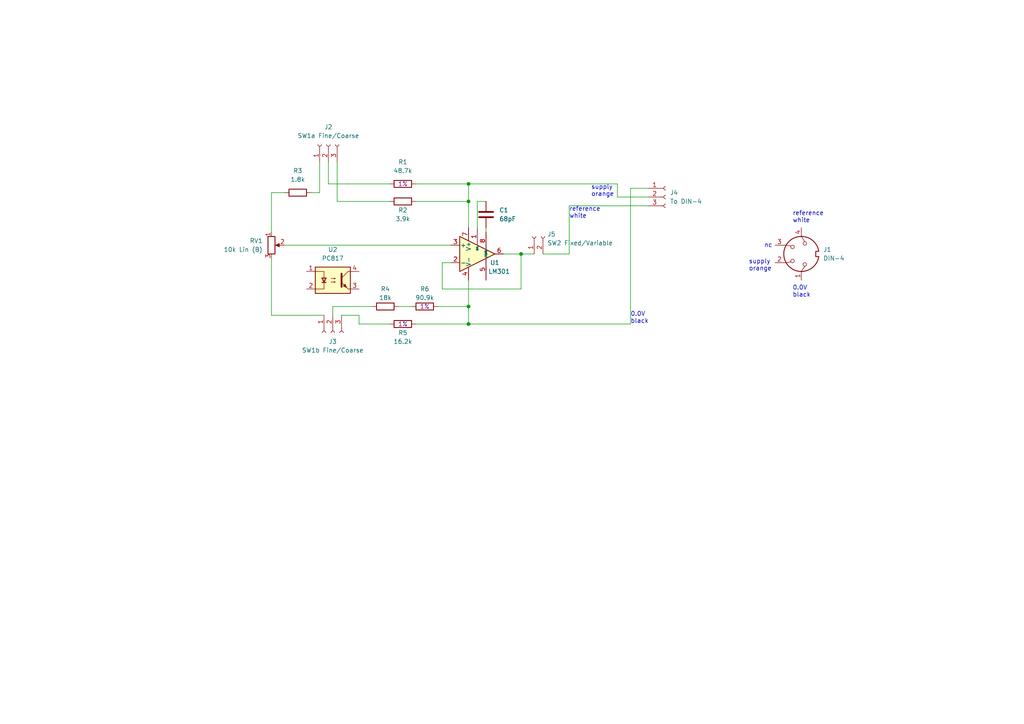
<source format=kicad_sch>
(kicad_sch (version 20230121) (generator eeschema)
  (paper "A4")
  (lib_symbols
    (symbol "Connector:Conn_01x02_Socket" (pin_names (offset 1.016) hide)
      (property "Reference" "J" (at 0 2.54 0))
      (property "Value" "Conn_01x02_Socket" (at 0 -5.08 0))
      (symbol "Conn_01x02_Socket_1_1"
        (arc (start 0 -2.032) (mid -0.5058 -2.54) (end 0 -3.048) (stroke (width 0.1524)))
        (polyline (pts (xy -1.27 -2.54) (xy -0.508 -2.54)) (stroke (width 0.1524)))
        (polyline (pts (xy -1.27 0) (xy -0.508 0)) (stroke (width 0.1524)))
        (arc (start 0 0.508) (mid -0.5058 0) (end 0 -0.508) (stroke (width 0.1524)))
        (pin passive line (at -5.08 0 0) (length 3.81) (name "Pin_1") (number "1"))
        (pin passive line (at -5.08 -2.54 0) (length 3.81) (name "Pin_2") (number "2"))
      )
    )
    (symbol "Connector:Conn_01x03_Socket" (pin_names (offset 1.016) hide)
      (property "Reference" "J" (at 0 5.08 0))
      (property "Value" "Conn_01x03_Socket" (at 0 -5.08 0))
      (symbol "Conn_01x03_Socket_1_1"
        (arc (start 0 -2.032) (mid -0.5058 -2.54) (end 0 -3.048) (stroke (width 0.1524)))
        (polyline (pts (xy -1.27 -2.54) (xy -0.508 -2.54)) (stroke (width 0.1524)))
        (polyline (pts (xy -1.27 0) (xy -0.508 0)) (stroke (width 0.1524)))
        (polyline (pts (xy -1.27 2.54) (xy -0.508 2.54)) (stroke (width 0.1524)))
        (arc (start 0 0.508) (mid -0.5058 0) (end 0 -0.508) (stroke (width 0.1524)))
        (arc (start 0 3.048) (mid -0.5058 2.54) (end 0 2.032) (stroke (width 0.1524)))
        (pin passive line (at -5.08 2.54 0) (length 3.81) (name "Pin_1") (number "1"))
        (pin passive line (at -5.08 0 0) (length 3.81) (name "Pin_2") (number "2"))
        (pin passive line (at -5.08 -2.54 0) (length 3.81) (name "Pin_3") (number "3"))
      )
    )
    (symbol "Connector:DIN-4" (pin_names (offset 1.016))
      (property "Reference" "J" (at 5.334 5.08 0))
      (property "Value" "DIN-4" (at 0 -6.35 0))
      (symbol "DIN-4_0_1"
        (arc (start -5.08 0) (mid -3.8609 -3.3364) (end -0.762 -5.08) (stroke (width 0.254)))
        (circle (center -3.048 -1.016) (radius 0.508))
        (circle (center -2.032 2.54) (radius 0.508))
        (polyline (pts (xy -3.556 -1.016) (xy -5.08 0)))
        (polyline (pts (xy 5.08 0) (xy 3.556 -1.016)))
        (polyline (pts (xy -2.54 5.08) (xy -2.54 4.318) (xy -2.286 3.048)))
        (polyline (pts (xy 2.54 5.08) (xy 2.54 4.318) (xy 2.286 3.048)))
        (polyline (pts (xy -0.762 -4.953) (xy -0.762 -4.191) (xy 0.762 -4.191) (xy 0.762 -4.953)) (stroke (width 0.254)))
        (arc (start 0.762 -5.08) (mid 3.8685 -3.343) (end 5.08 0) (stroke (width 0.254)))
        (circle (center 2.032 2.54) (radius 0.508))
        (circle (center 3.048 -1.016) (radius 0.508))
        (arc (start 5.08 0) (mid 0 5.0579) (end -5.08 0) (stroke (width 0.254)))
      )
      (symbol "DIN-4_1_1"
        (pin passive line (at -7.62 0 0) (length 2.54) (name "~") (number "1"))
        (pin passive line (at -2.54 7.62 270) (length 2.54) (name "~") (number "2"))
        (pin passive line (at 2.54 7.62 270) (length 2.54) (name "~") (number "3"))
        (pin passive line (at 7.62 0 180) (length 2.54) (name "~") (number "4"))
      )
    )
    (symbol "Device:C" (pin_numbers hide) (pin_names (offset 0.254))
      (property "Reference" "C" (at 0.635 2.54 0))
      (property "Value" "C" (at 0.635 -2.54 0))
      (symbol "C_0_1"
        (polyline (pts (xy -2.032 -0.762) (xy 2.032 -0.762)) (stroke (width 0.508)))
        (polyline (pts (xy -2.032 0.762) (xy 2.032 0.762)) (stroke (width 0.508)))
      )
      (symbol "C_1_1"
        (pin passive line (at 0 3.81 270) (length 2.794) (name "~") (number "1"))
        (pin passive line (at 0 -3.81 90) (length 2.794) (name "~") (number "2"))
      )
    )
    (symbol "Device:R" (pin_numbers hide) (pin_names (offset 0))
      (property "Reference" "R" (at 2.032 0 90))
      (property "Value" "R" (at 0 0 90))
      (symbol "R_0_1"
        (rectangle (start -1.016 -2.54) (end 1.016 2.54) (stroke (width 0.254)))
      )
      (symbol "R_1_1"
        (pin passive line (at 0 3.81 270) (length 1.27) (name "~") (number "1"))
        (pin passive line (at 0 -3.81 90) (length 1.27) (name "~") (number "2"))
      )
    )
    (symbol "Device:R_Potentiometer" (pin_names (offset 1.016) hide)
      (property "Reference" "RV" (at -4.445 0 90))
      (property "Value" "R_Potentiometer" (at -2.54 0 90))
      (symbol "R_Potentiometer_0_1"
        (polyline (pts (xy 2.54 0) (xy 1.524 0)))
        (polyline (pts (xy 1.143 0) (xy 2.286 0.508) (xy 2.286 -0.508) (xy 1.143 0)) (fill (type outline)))
        (rectangle (start 1.016 2.54) (end -1.016 -2.54) (stroke (width 0.254)))
      )
      (symbol "R_Potentiometer_1_1"
        (pin passive line (at 0 3.81 270) (length 1.27) (name "1") (number "1"))
        (pin passive line (at 3.81 0 180) (length 1.27) (name "2") (number "2"))
        (pin passive line (at 0 -3.81 90) (length 1.27) (name "3") (number "3"))
      )
    )
    (symbol "Isolator:PC817" (pin_names (offset 1.016))
      (property "Reference" "U" (at -5.08 5.08 0))
      (property "Value" "PC817" (at 0 5.08 0))
      (symbol "PC817_0_1"
        (rectangle (start -5.08 3.81) (end 5.08 -3.81) (stroke (width 0.254)) (fill (type background)))
        (polyline (pts (xy -3.175 -0.635) (xy -1.905 -0.635)) (stroke (width 0.254)))
        (polyline (pts (xy 2.54 0.635) (xy 4.445 2.54)))
        (polyline (pts (xy 4.445 -2.54) (xy 2.54 -0.635)) (fill (type outline)))
        (polyline (pts (xy 4.445 -2.54) (xy 5.08 -2.54)))
        (polyline (pts (xy 4.445 2.54) (xy 5.08 2.54)))
        (polyline (pts (xy -5.08 2.54) (xy -2.54 2.54) (xy -2.54 -0.635)))
        (polyline (pts (xy -2.54 -0.635) (xy -2.54 -2.54) (xy -5.08 -2.54)))
        (polyline (pts (xy 2.54 1.905) (xy 2.54 -1.905) (xy 2.54 -1.905)) (stroke (width 0.508)))
        (polyline (pts (xy -2.54 -0.635) (xy -3.175 0.635) (xy -1.905 0.635) (xy -2.54 -0.635)) (stroke (width 0.254)))
        (polyline (pts (xy -0.508 -0.508) (xy 0.762 -0.508) (xy 0.381 -0.635) (xy 0.381 -0.381) (xy 0.762 -0.508)))
        (polyline (pts (xy -0.508 0.508) (xy 0.762 0.508) (xy 0.381 0.381) (xy 0.381 0.635) (xy 0.762 0.508)))
        (polyline (pts (xy 3.048 -1.651) (xy 3.556 -1.143) (xy 4.064 -2.159) (xy 3.048 -1.651) (xy 3.048 -1.651)) (fill (type outline)))
      )
      (symbol "PC817_1_1"
        (pin passive line (at -7.62 2.54 0) (length 2.54) (name "~") (number "1"))
        (pin passive line (at -7.62 -2.54 0) (length 2.54) (name "~") (number "2"))
        (pin passive line (at 7.62 -2.54 180) (length 2.54) (name "~") (number "3"))
        (pin passive line (at 7.62 2.54 180) (length 2.54) (name "~") (number "4"))
      )
    )
    (symbol "LM301_1" (pin_names (offset 0.127))
      (property "Reference" "U1" (at 10.16 4.1909 0))
      (property "Value" "LM301" (at 10.16 1.6509 0))
      (symbol "LM301_1_0_1"
        (polyline (pts (xy -5.08 5.08) (xy 5.08 0) (xy -5.08 -5.08) (xy -5.08 5.08)) (stroke (width 0.254)) (fill (type background)))
      )
      (symbol "LM301_1_1_1"
        (pin input line (at 0 7.62 270) (length 5.08) (name "BAL") (number "1"))
        (pin input line (at -7.62 -2.54 0) (length 2.54) (name "-") (number "2"))
        (pin input line (at -7.62 2.54 0) (length 2.54) (name "+") (number "3"))
        (pin power_in line (at -2.54 -7.62 90) (length 3.81) (name "V-") (number "4"))
        (pin input line (at 2.54 -7.62 90) (length 6.35) (name "COMP") (number "5"))
        (pin output line (at 7.62 0 180) (length 2.54) (name "~") (number "6"))
        (pin power_in line (at -2.54 7.62 270) (length 3.81) (name "V+") (number "7"))
        (pin input line (at 2.54 6.35 270) (length 5.08) (name "C/B") (number "8"))
      )
    )
  )
  (junction (at 135.89 88.9))
  (junction (at 135.89 93.98))
  (junction (at 151.13 73.66))
  (junction (at 135.89 53.34))
  (junction (at 135.89 58.42))
  (wire (pts (xy 96.52 91.44) (xy 96.52 88.9)))
  (wire (pts (xy 104.14 93.98) (xy 113.03 93.98)))
  (wire (pts (xy 78.74 74.93) (xy 78.74 91.44)))
  (wire (pts (xy 146.05 73.66) (xy 151.13 73.66)))
  (wire (pts (xy 157.48 73.66) (xy 165.1 73.66)))
  (wire (pts (xy 99.06 91.44) (xy 104.14 91.44)))
  (wire (pts (xy 78.74 67.31) (xy 78.74 55.88)))
  (wire (pts (xy 138.43 58.42) (xy 140.97 58.42)))
  (wire (pts (xy 135.89 81.28) (xy 135.89 88.9)))
  (wire (pts (xy 95.25 53.34) (xy 113.03 53.34)))
  (wire (pts (xy 182.88 93.98) (xy 135.89 93.98)))
  (wire (pts (xy 97.79 58.42) (xy 113.03 58.42)))
  (wire (pts (xy 165.1 73.66) (xy 165.1 59.69)))
  (wire (pts (xy 97.79 46.99) (xy 97.79 58.42)))
  (wire (pts (xy 96.52 88.9) (xy 107.95 88.9)))
  (wire (pts (xy 130.81 76.2) (xy 128.27 76.2)))
  (wire (pts (xy 90.17 55.88) (xy 92.71 55.88)))
  (wire (pts (xy 135.89 66.04) (xy 135.89 58.42)))
  (wire (pts (xy 120.65 53.34) (xy 135.89 53.34)))
  (wire (pts (xy 115.57 88.9) (xy 119.38 88.9)))
  (wire (pts (xy 135.89 53.34) (xy 179.07 53.34)))
  (wire (pts (xy 179.07 57.15) (xy 187.96 57.15)))
  (wire (pts (xy 104.14 91.44) (xy 104.14 93.98)))
  (wire (pts (xy 120.65 93.98) (xy 135.89 93.98)))
  (wire (pts (xy 165.1 59.69) (xy 187.96 59.69)))
  (wire (pts (xy 151.13 73.66) (xy 154.94 73.66)))
  (wire (pts (xy 179.07 53.34) (xy 179.07 57.15)))
  (wire (pts (xy 187.96 54.61) (xy 182.88 54.61)))
  (wire (pts (xy 151.13 73.66) (xy 151.13 83.82)))
  (wire (pts (xy 135.89 58.42) (xy 135.89 53.34)))
  (wire (pts (xy 120.65 58.42) (xy 135.89 58.42)))
  (wire (pts (xy 128.27 83.82) (xy 151.13 83.82)))
  (wire (pts (xy 92.71 55.88) (xy 92.71 46.99)))
  (wire (pts (xy 127 88.9) (xy 135.89 88.9)))
  (wire (pts (xy 93.98 91.44) (xy 78.74 91.44)))
  (wire (pts (xy 95.25 46.99) (xy 95.25 53.34)))
  (wire (pts (xy 182.88 54.61) (xy 182.88 93.98)))
  (wire (pts (xy 138.43 66.04) (xy 138.43 58.42)))
  (wire (pts (xy 128.27 76.2) (xy 128.27 83.82)))
  (wire (pts (xy 78.74 55.88) (xy 82.55 55.88)))
  (wire (pts (xy 140.97 66.04) (xy 140.97 67.31)))
  (wire (pts (xy 135.89 88.9) (xy 135.89 93.98)))
  (wire (pts (xy 82.55 71.12) (xy 130.81 71.12)))
  (text "0.0V\nblack" (at 182.88 93.98 0) (effects (font (size 1.27 1.27)) (justify left bottom)))
  (text "reference\nwhite" (at 229.87 64.77 0) (effects (font (size 1.27 1.27)) (justify left bottom)))
  (text "supply\norange" (at 171.45 57.15 0) (effects (font (size 1.27 1.27)) (justify left bottom)))
  (text "reference\nwhite" (at 165.1 63.5 0) (effects (font (size 1.27 1.27)) (justify left bottom)))
  (text "nc" (at 221.6317 71.9972 0) (effects (font (size 1.27 1.27)) (justify left bottom)))
  (text "supply\norange" (at 217.17 78.74 0) (effects (font (size 1.27 1.27)) (justify left bottom)))
  (text "0.0V\nblack" (at 229.87 86.36 0) (effects (font (size 1.27 1.27)) (justify left bottom)))
  (symbol (lib_id "Device:R_Potentiometer") (at 78.74 71.12 0) (unit 1)
    (property "Reference" "RV1" (at 76.2 69.85 0) (effects (justify right)))
    (property "Value" "10k Lin (B)" (at 76.2 72.39 0) (effects (justify right)))
    (property "Footprint" "Potentiometer_THT:Potentiometer_Bourns_PTV09A-2_Single_Horizontal" (effects hide))
  )
  (symbol (lib_id "Connector:Conn_01x03_Socket") (at 96.52 96.52 90) (mirror x) (unit 1)
    (property "Reference" "J3" (at 96.52 99.06 90))
    (property "Value" "SW1b Fine/Coarse" (at 96.52 101.6 90))
    (property "Footprint" "Connector_PinHeader_2.54mm:PinHeader_1x03_P2.54mm_Vertical" (effects hide))
  )
  (symbol (lib_name "LM301_1") (lib_id "Amplifier_Operational:LM301") (at 138.43 73.66 0) (unit 1)
    (property "Reference" "U1" (at 143.51 76.2 0))
    (property "Value" "LM301" (at 144.78 78.74 0))
    (property "Footprint" "Package_DIP:DIP-8_W7.62mm" (effects hide))
    (property "Datasheet" "http://www.ti.com/lit/ds/symlink/lm101a-n.pdf" (effects hide))
  )
  (symbol (lib_id "Device:R") (at 86.36 55.88 90) (mirror x) (unit 1)
    (property "Reference" "R3" (at 86.36 49.53 90))
    (property "Value" "1.8k" (at 86.36 52.07 90))
    (property "Footprint" "Resistor_THT:R_Axial_DIN0207_L6.3mm_D2.5mm_P7.62mm_Horizontal" (effects hide))
  )
  (symbol (lib_id "Device:R") (at 116.84 58.42 270) (unit 1)
    (property "Reference" "R2" (at 116.84 60.96 90))
    (property "Value" "3.9k" (at 116.84 63.5 90))
    (property "Footprint" "Resistor_THT:R_Axial_DIN0207_L6.3mm_D2.5mm_P7.62mm_Horizontal" (effects hide))
  )
  (symbol (lib_id "Device:R") (at 116.84 93.98 270) (unit 1)
    (property "Reference" "R5" (at 116.84 96.52 90))
    (property "Value" "16.2k" (at 116.84 99.06 90))
    (property "Footprint" "Resistor_THT:R_Axial_DIN0207_L6.3mm_D2.5mm_P7.62mm_Horizontal" (effects hide))
    (property "Tolerance" "1%" (at 116.84 93.98 90))
  )
  (symbol (lib_id "Device:R") (at 116.84 53.34 270) (unit 1)
    (property "Reference" "R1" (at 116.84 46.99 90))
    (property "Value" "48.7k" (at 116.84 49.53 90))
    (property "Footprint" "Resistor_THT:R_Axial_DIN0207_L6.3mm_D2.5mm_P7.62mm_Horizontal" (effects hide))
    (property "Tolerance" "1%" (at 116.84 53.34 90))
  )
  (symbol (lib_id "Connector:Conn_01x03_Socket") (at 193.04 57.15 0) (unit 1)
    (property "Reference" "J4" (at 194.31 55.88 0) (effects (justify left)))
    (property "Value" "To DIN-4" (at 194.31 58.42 0) (effects (justify left)))
    (property "Footprint" "Connector_PinHeader_2.54mm:PinHeader_1x03_P2.54mm_Vertical" (effects hide))
  )
  (symbol (lib_id "Device:R") (at 111.76 88.9 270) (unit 1)
    (property "Reference" "R4" (at 111.76 83.82 90))
    (property "Value" "18k" (at 111.76 86.36 90))
    (property "Footprint" "Resistor_THT:R_Axial_DIN0207_L6.3mm_D2.5mm_P7.62mm_Horizontal" (effects hide))
  )
  (symbol (lib_id "Connector:DIN-4") (at 232.41 73.66 90) (unit 1)
    (property "Reference" "J1" (at 238.76 72.3899 90) (effects (justify right)))
    (property "Value" "DIN-4" (at 238.76 74.9299 90) (effects (justify right)))
    (property "Datasheet" "http://www.mouser.com/ds/2/18/40_c091_abd_e-75918.pdf" (effects hide))
  )
  (symbol (lib_id "Connector:Conn_01x03_Socket") (at 95.25 41.91 90) (unit 1)
    (property "Reference" "J2" (at 95.25 36.83 90))
    (property "Value" "SW1a Fine/Coarse" (at 95.25 39.37 90))
    (property "Footprint" "Connector_PinHeader_2.54mm:PinHeader_1x03_P2.54mm_Vertical" (effects hide))
  )
  (symbol (lib_id "Device:R") (at 123.19 88.9 270) (unit 1)
    (property "Reference" "R6" (at 123.19 83.82 90))
    (property "Value" "90.9k" (at 123.19 86.36 90))
    (property "Footprint" "Resistor_THT:R_Axial_DIN0207_L6.3mm_D2.5mm_P7.62mm_Horizontal" (effects hide))
    (property "Tolerance" "1%" (at 123.19 88.9 90))
  )
  (symbol (lib_id "Device:C") (at 140.97 62.23 0) (unit 1)
    (property "Reference" "C1" (at 144.78 60.96 0) (effects (justify left)))
    (property "Value" "68pF" (at 144.78 63.5 0) (effects (justify left)))
    (property "Footprint" "Capacitor_THT:C_Disc_D6.0mm_W2.5mm_P5.00mm" (effects hide))
  )
  (symbol (lib_id "Isolator:PC817") (at 96.52 81.28 0) (unit 1)
    (property "Reference" "U2" (at 96.52 72.39 0))
    (property "Value" "PC817" (at 96.52 74.93 0))
    (property "Footprint" "Package_DIP:DIP-4_W7.62mm" (effects hide))
    (property "Datasheet" "http://www.soselectronic.cz/a_info/resource/d/pc817.pdf" (effects hide))
  )
  (symbol (lib_id "Connector:Conn_01x02_Socket") (at 154.94 68.58 90) (unit 1)
    (property "Reference" "J5" (at 158.75 67.945 90) (effects (justify right)))
    (property "Value" "SW2 Fixed/Variable" (at 158.75 70.485 90) (effects (justify right)))
    (property "Footprint" "Connector_PinHeader_2.54mm:PinHeader_1x02_P2.54mm_Vertical" (effects hide))
  )
)
</source>
